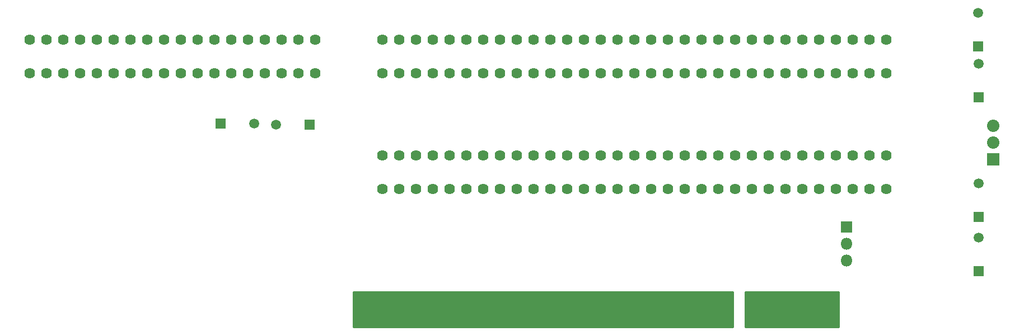
<source format=gbs>
G04 #@! TF.GenerationSoftware,KiCad,Pcbnew,(5.1.6)-1*
G04 #@! TF.CreationDate,2021-02-05T21:35:54+00:00*
G04 #@! TF.ProjectId,ibmps1,69626d70-7331-42e6-9b69-6361645f7063,rev?*
G04 #@! TF.SameCoordinates,Original*
G04 #@! TF.FileFunction,Soldermask,Bot*
G04 #@! TF.FilePolarity,Negative*
%FSLAX46Y46*%
G04 Gerber Fmt 4.6, Leading zero omitted, Abs format (unit mm)*
G04 Created by KiCad (PCBNEW (5.1.6)-1) date 2021-02-05 21:35:54*
%MOMM*%
%LPD*%
G01*
G04 APERTURE LIST*
%ADD10C,1.497000*%
%ADD11R,1.497000X1.497000*%
%ADD12R,1.878000X1.878000*%
%ADD13C,1.878000*%
%ADD14R,1.800000X1.800000*%
%ADD15O,1.800000X1.800000*%
%ADD16R,0.610000X0.860000*%
%ADD17R,1.120000X4.670000*%
%ADD18C,1.624000*%
%ADD19C,0.254000*%
G04 APERTURE END LIST*
D10*
X178181000Y-57658000D03*
D11*
X178181000Y-62738000D03*
D10*
X178181000Y-83947000D03*
D11*
X178181000Y-89027000D03*
D10*
X178118000Y-49911000D03*
D11*
X178118000Y-54991000D03*
D10*
X178181000Y-75755500D03*
D11*
X178181000Y-80835500D03*
D10*
X71882000Y-66865500D03*
D11*
X76962000Y-66865500D03*
D10*
X68643500Y-66738500D03*
D11*
X63563500Y-66738500D03*
D12*
X180404000Y-72136000D03*
D13*
X180404000Y-67056000D03*
X180404000Y-69596000D03*
D14*
X158178000Y-82359500D03*
D15*
X158178000Y-84899500D03*
X158178000Y-87439500D03*
D16*
X156515000Y-97097200D03*
X155255000Y-97097200D03*
X153985000Y-97097200D03*
X152715000Y-97097200D03*
X151445000Y-97097200D03*
X150175000Y-97097200D03*
X148905000Y-97097200D03*
X147635000Y-97097200D03*
X146365000Y-97097200D03*
X145095000Y-97097200D03*
X143825000Y-97097200D03*
X140015000Y-97097200D03*
X138745000Y-97097200D03*
X137475000Y-97097200D03*
X136205000Y-97097200D03*
X134935000Y-97097200D03*
X133665000Y-97097200D03*
X132395000Y-97097200D03*
X131125000Y-97097200D03*
X129855000Y-97097200D03*
X128585000Y-97097200D03*
X127315000Y-97097200D03*
X126045000Y-97097200D03*
X124775000Y-97097200D03*
X123505000Y-97097200D03*
X122235000Y-97097200D03*
X120965000Y-97097200D03*
X119695000Y-97097200D03*
X118425000Y-97097200D03*
X117155000Y-97097200D03*
X115885000Y-97097200D03*
X114615000Y-97097200D03*
X113345000Y-97097200D03*
X112075000Y-97097200D03*
X110805000Y-97097200D03*
X109535000Y-97097200D03*
X108265000Y-97097200D03*
X106995000Y-97097200D03*
X105725000Y-97097200D03*
X104445000Y-97097200D03*
X103185000Y-97097200D03*
X101905000Y-97097200D03*
X100645000Y-97097200D03*
X99375000Y-97097200D03*
X98105000Y-97097200D03*
X96835000Y-97097200D03*
X95565000Y-97097200D03*
X94295000Y-97097200D03*
X93015000Y-97097200D03*
X91755000Y-97097200D03*
X90485000Y-97097200D03*
X89215000Y-97097200D03*
X87945000Y-97097200D03*
X86675000Y-97097200D03*
X85405000Y-97097200D03*
X84135000Y-97097200D03*
D17*
X156515000Y-94437200D03*
X155255000Y-94437200D03*
X153985000Y-94437200D03*
X152715000Y-94437200D03*
X151445000Y-94437200D03*
X150175000Y-94437200D03*
X148905000Y-94437200D03*
X147635000Y-94437200D03*
X146365000Y-94437200D03*
X145095000Y-94437200D03*
X143825000Y-94437200D03*
X140015000Y-94437200D03*
X138745000Y-94437200D03*
X137475000Y-94437200D03*
X136205000Y-94437200D03*
X134935000Y-94437200D03*
X133665000Y-94437200D03*
X132395000Y-94437200D03*
X131125000Y-94437200D03*
X129855000Y-94437200D03*
X128585000Y-94437200D03*
X127315000Y-94437200D03*
X126045000Y-94437200D03*
X124775000Y-94437200D03*
X123505000Y-94437200D03*
X122235000Y-94437200D03*
X120965000Y-94437200D03*
X119695000Y-94437200D03*
X118425000Y-94437200D03*
X117155000Y-94437200D03*
X115885000Y-94437200D03*
X114615000Y-94437200D03*
X113345000Y-94437200D03*
X112075000Y-94437200D03*
X110805000Y-94437200D03*
X109535000Y-94437200D03*
X108265000Y-94437200D03*
X106995000Y-94437200D03*
X105725000Y-94437200D03*
X104445000Y-94437200D03*
X103185000Y-94437200D03*
X101905000Y-94437200D03*
X100645000Y-94437200D03*
X99375000Y-94437200D03*
X98105000Y-94437200D03*
X96835000Y-94437200D03*
X95565000Y-94437200D03*
X94295000Y-94437200D03*
X93015000Y-94437200D03*
X91755000Y-94437200D03*
X90485000Y-94437200D03*
X89215000Y-94437200D03*
X87945000Y-94437200D03*
X86675000Y-94437200D03*
X85405000Y-94437200D03*
X84135000Y-94437200D03*
D18*
X34671000Y-53975000D03*
X37211000Y-53975000D03*
X39751000Y-53975000D03*
X42291000Y-53975000D03*
X44831000Y-53975000D03*
X47371000Y-53975000D03*
X49911000Y-53975000D03*
X52451000Y-53975000D03*
X54991000Y-53975000D03*
X57531000Y-53975000D03*
X60071000Y-53975000D03*
X62611000Y-53975000D03*
X65151000Y-53975000D03*
X67691000Y-53975000D03*
X70231000Y-53975000D03*
X72771000Y-53975000D03*
X75311000Y-53975000D03*
X77851000Y-53975000D03*
X34671000Y-59055000D03*
X37211000Y-59055000D03*
X39751000Y-59055000D03*
X42291000Y-59055000D03*
X44831000Y-59055000D03*
X47371000Y-59055000D03*
X49911000Y-59055000D03*
X52451000Y-59055000D03*
X54991000Y-59055000D03*
X57531000Y-59055000D03*
X60071000Y-59055000D03*
X62611000Y-59055000D03*
X65151000Y-59055000D03*
X67691000Y-59055000D03*
X70231000Y-59055000D03*
X72771000Y-59055000D03*
X75311000Y-59055000D03*
X77851000Y-59055000D03*
X88011000Y-53975000D03*
X90551000Y-53975000D03*
X93091000Y-53975000D03*
X95631000Y-53975000D03*
X98171000Y-53975000D03*
X100711000Y-53975000D03*
X103251000Y-53975000D03*
X105791000Y-53975000D03*
X108331000Y-53975000D03*
X110871000Y-53975000D03*
X113411000Y-53975000D03*
X115951000Y-53975000D03*
X118491000Y-53975000D03*
X121031000Y-53975000D03*
X123571000Y-53975000D03*
X126111000Y-53975000D03*
X128651000Y-53975000D03*
X131191000Y-53975000D03*
X133731000Y-53975000D03*
X136271000Y-53975000D03*
X138811000Y-53975000D03*
X141351000Y-53975000D03*
X143891000Y-53975000D03*
X146431000Y-53975000D03*
X148971000Y-53975000D03*
X151511000Y-53975000D03*
X154051000Y-53975000D03*
X156591000Y-53975000D03*
X159131000Y-53975000D03*
X161671000Y-53975000D03*
X164211000Y-53975000D03*
X88011000Y-59055000D03*
X90551000Y-59055000D03*
X93091000Y-59055000D03*
X95631000Y-59055000D03*
X98171000Y-59055000D03*
X100711000Y-59055000D03*
X103251000Y-59055000D03*
X105791000Y-59055000D03*
X108331000Y-59055000D03*
X110871000Y-59055000D03*
X113411000Y-59055000D03*
X115951000Y-59055000D03*
X118491000Y-59055000D03*
X121031000Y-59055000D03*
X123571000Y-59055000D03*
X126111000Y-59055000D03*
X128651000Y-59055000D03*
X131191000Y-59055000D03*
X133731000Y-59055000D03*
X136271000Y-59055000D03*
X138811000Y-59055000D03*
X141351000Y-59055000D03*
X143891000Y-59055000D03*
X146431000Y-59055000D03*
X148971000Y-59055000D03*
X151511000Y-59055000D03*
X154051000Y-59055000D03*
X156591000Y-59055000D03*
X159131000Y-59055000D03*
X161671000Y-59055000D03*
X164211000Y-59055000D03*
X88011000Y-71501000D03*
X90551000Y-71501000D03*
X93091000Y-71501000D03*
X95631000Y-71501000D03*
X98171000Y-71501000D03*
X100711000Y-71501000D03*
X103251000Y-71501000D03*
X105791000Y-71501000D03*
X108331000Y-71501000D03*
X110871000Y-71501000D03*
X113411000Y-71501000D03*
X115951000Y-71501000D03*
X118491000Y-71501000D03*
X121031000Y-71501000D03*
X123571000Y-71501000D03*
X126111000Y-71501000D03*
X128651000Y-71501000D03*
X131191000Y-71501000D03*
X133731000Y-71501000D03*
X136271000Y-71501000D03*
X138811000Y-71501000D03*
X141351000Y-71501000D03*
X143891000Y-71501000D03*
X146431000Y-71501000D03*
X148971000Y-71501000D03*
X151511000Y-71501000D03*
X154051000Y-71501000D03*
X156591000Y-71501000D03*
X159131000Y-71501000D03*
X161671000Y-71501000D03*
X164211000Y-71501000D03*
X88011000Y-76581000D03*
X90551000Y-76581000D03*
X93091000Y-76581000D03*
X95631000Y-76581000D03*
X98171000Y-76581000D03*
X100711000Y-76581000D03*
X103251000Y-76581000D03*
X105791000Y-76581000D03*
X108331000Y-76581000D03*
X110871000Y-76581000D03*
X113411000Y-76581000D03*
X115951000Y-76581000D03*
X118491000Y-76581000D03*
X121031000Y-76581000D03*
X123571000Y-76581000D03*
X126111000Y-76581000D03*
X128651000Y-76581000D03*
X131191000Y-76581000D03*
X133731000Y-76581000D03*
X136271000Y-76581000D03*
X138811000Y-76581000D03*
X141351000Y-76581000D03*
X143891000Y-76581000D03*
X146431000Y-76581000D03*
X148971000Y-76581000D03*
X151511000Y-76581000D03*
X154051000Y-76581000D03*
X156591000Y-76581000D03*
X159131000Y-76581000D03*
X161671000Y-76581000D03*
X164211000Y-76581000D03*
D19*
G36*
X140970000Y-97536000D02*
G01*
X83566000Y-97536000D01*
X83566000Y-92202000D01*
X140970000Y-92202000D01*
X140970000Y-97536000D01*
G37*
X140970000Y-97536000D02*
X83566000Y-97536000D01*
X83566000Y-92202000D01*
X140970000Y-92202000D01*
X140970000Y-97536000D01*
G36*
X157035500Y-97536000D02*
G01*
X142875000Y-97536000D01*
X142875000Y-92202000D01*
X157035500Y-92202000D01*
X157035500Y-97536000D01*
G37*
X157035500Y-97536000D02*
X142875000Y-97536000D01*
X142875000Y-92202000D01*
X157035500Y-92202000D01*
X157035500Y-97536000D01*
M02*

</source>
